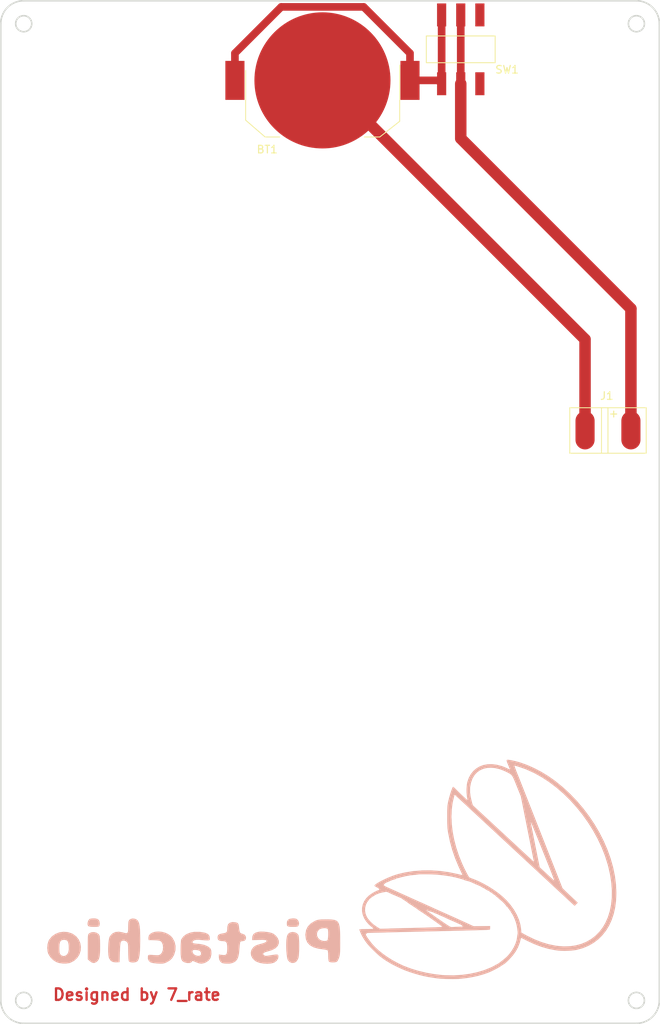
<source format=kicad_pcb>
(kicad_pcb (version 20171130) (host pcbnew "(5.1.5)-3")

  (general
    (thickness 1.6)
    (drawings 13)
    (tracks 16)
    (zones 0)
    (modules 5)
    (nets 4)
  )

  (page A4)
  (layers
    (0 F.Cu signal)
    (31 B.Cu signal)
    (32 B.Adhes user)
    (33 F.Adhes user)
    (34 B.Paste user)
    (35 F.Paste user)
    (36 B.SilkS user)
    (37 F.SilkS user)
    (38 B.Mask user)
    (39 F.Mask user)
    (40 Dwgs.User user)
    (41 Cmts.User user)
    (42 Eco1.User user)
    (43 Eco2.User user)
    (44 Edge.Cuts user)
    (45 Margin user)
    (46 B.CrtYd user)
    (47 F.CrtYd user)
    (48 B.Fab user)
    (49 F.Fab user)
  )

  (setup
    (last_trace_width 0.25)
    (user_trace_width 1)
    (user_trace_width 1.5)
    (user_trace_width 2)
    (trace_clearance 0.2)
    (zone_clearance 0.508)
    (zone_45_only no)
    (trace_min 0.2)
    (via_size 0.8)
    (via_drill 0.4)
    (via_min_size 0.4)
    (via_min_drill 0.3)
    (uvia_size 0.3)
    (uvia_drill 0.1)
    (uvias_allowed no)
    (uvia_min_size 0.2)
    (uvia_min_drill 0.1)
    (edge_width 0.05)
    (segment_width 0.2)
    (pcb_text_width 0.3)
    (pcb_text_size 1.5 1.5)
    (mod_edge_width 0.12)
    (mod_text_size 1 1)
    (mod_text_width 0.15)
    (pad_size 1.524 1.524)
    (pad_drill 0.762)
    (pad_to_mask_clearance 0.051)
    (solder_mask_min_width 0.25)
    (aux_axis_origin 0 0)
    (visible_elements 7FFFFFFF)
    (pcbplotparams
      (layerselection 0x010fc_ffffffff)
      (usegerberextensions false)
      (usegerberattributes false)
      (usegerberadvancedattributes false)
      (creategerberjobfile false)
      (excludeedgelayer true)
      (linewidth 0.100000)
      (plotframeref false)
      (viasonmask false)
      (mode 1)
      (useauxorigin false)
      (hpglpennumber 1)
      (hpglpenspeed 20)
      (hpglpendiameter 15.000000)
      (psnegative false)
      (psa4output false)
      (plotreference true)
      (plotvalue true)
      (plotinvisibletext false)
      (padsonsilk false)
      (subtractmaskfromsilk false)
      (outputformat 1)
      (mirror false)
      (drillshape 0)
      (scaleselection 1)
      (outputdirectory ""))
  )

  (net 0 "")
  (net 1 "Net-(BT1-Pad1)")
  (net 2 "Net-(BT1-Pad2)")
  (net 3 "Net-(J1-Pad1)")

  (net_class Default "これはデフォルトのネット クラスです。"
    (clearance 0.2)
    (trace_width 0.25)
    (via_dia 0.8)
    (via_drill 0.4)
    (uvia_dia 0.3)
    (uvia_drill 0.1)
    (add_net "Net-(BT1-Pad1)")
    (add_net "Net-(BT1-Pad2)")
    (add_net "Net-(J1-Pad1)")
  )

  (module logo:pistachio_name (layer B.Cu) (tedit 0) (tstamp 5F85EF49)
    (at 52.1 145.21 180)
    (fp_text reference G*** (at 0 0) (layer B.SilkS) hide
      (effects (font (size 1.524 1.524) (thickness 0.3)) (justify mirror))
    )
    (fp_text value LOGO (at 0.75 0) (layer B.SilkS) hide
      (effects (font (size 1.524 1.524) (thickness 0.3)) (justify mirror))
    )
    (fp_poly (pts (xy 13.753418 3.204114) (xy 13.95719 3.17505) (xy 14.020825 3.152537) (xy 14.181899 2.968402)
      (xy 14.278573 2.711701) (xy 14.297878 2.447487) (xy 14.226847 2.240817) (xy 14.207067 2.218266)
      (xy 14.064971 2.163086) (xy 13.788786 2.127712) (xy 13.454125 2.116666) (xy 13.106006 2.124088)
      (xy 12.893448 2.150582) (xy 12.783156 2.202494) (xy 12.751392 2.250591) (xy 12.699731 2.554632)
      (xy 12.752068 2.854646) (xy 12.869334 3.048) (xy 13.04017 3.160598) (xy 13.290914 3.210198)
      (xy 13.483167 3.216037) (xy 13.753418 3.204114)) (layer B.SilkS) (width 0.01))
    (fp_poly (pts (xy -12.180282 3.176113) (xy -11.928835 3.044053) (xy -11.797464 2.808555) (xy -11.768666 2.549058)
      (xy -11.781646 2.352456) (xy -11.840859 2.226374) (xy -11.976716 2.155356) (xy -12.219627 2.123942)
      (xy -12.600004 2.116674) (xy -12.619279 2.116666) (xy -12.940351 2.12416) (xy -13.1343 2.153451)
      (xy -13.242938 2.214752) (xy -13.289688 2.280434) (xy -13.372098 2.573988) (xy -13.291573 2.861327)
      (xy -13.201855 2.994248) (xy -13.071822 3.127869) (xy -12.914848 3.194745) (xy -12.669604 3.216422)
      (xy -12.566855 3.217333) (xy -12.180282 3.176113)) (layer B.SilkS) (width 0.01))
    (fp_poly (pts (xy 8.723285 3.113499) (xy 8.805334 3.048) (xy 8.888321 2.940962) (xy 8.939304 2.795935)
      (xy 8.965554 2.57281) (xy 8.974344 2.231478) (xy 8.974667 2.114009) (xy 8.982273 1.705597)
      (xy 9.01932 1.444816) (xy 9.107147 1.310159) (xy 9.267097 1.280119) (xy 9.520511 1.333187)
      (xy 9.696495 1.386546) (xy 10.218141 1.484099) (xy 10.676922 1.433293) (xy 11.060751 1.238149)
      (xy 11.357539 0.902686) (xy 11.405964 0.818024) (xy 11.480376 0.585429) (xy 11.53764 0.228671)
      (xy 11.576436 -0.207818) (xy 11.595443 -0.679608) (xy 11.593341 -1.14227) (xy 11.568809 -1.551373)
      (xy 11.520526 -1.862487) (xy 11.488645 -1.963686) (xy 11.290252 -2.28718) (xy 11.012858 -2.470965)
      (xy 10.63482 -2.52765) (xy 10.527158 -2.523772) (xy 10.117667 -2.497667) (xy 10.075334 -1.219125)
      (xy 10.050811 -0.651721) (xy 10.01915 -0.238698) (xy 9.97869 0.034807) (xy 9.927768 0.183658)
      (xy 9.9168 0.199041) (xy 9.718375 0.319324) (xy 9.466914 0.318751) (xy 9.223206 0.201842)
      (xy 9.158759 0.14271) (xy 9.082227 0.048267) (xy 9.030353 -0.064376) (xy 8.998407 -0.227994)
      (xy 8.981658 -0.475358) (xy 8.975378 -0.839241) (xy 8.974667 -1.132856) (xy 8.968007 -1.556996)
      (xy 8.949835 -1.9303) (xy 8.922864 -2.21429) (xy 8.889806 -2.370488) (xy 8.887021 -2.376233)
      (xy 8.745684 -2.482663) (xy 8.502602 -2.537355) (xy 8.217986 -2.538014) (xy 7.952045 -2.482344)
      (xy 7.820565 -2.416879) (xy 7.687936 -2.262819) (xy 7.583227 -1.998985) (xy 7.504716 -1.613668)
      (xy 7.450681 -1.095159) (xy 7.419401 -0.431747) (xy 7.409157 0.381) (xy 7.415861 1.12107)
      (xy 7.438936 1.711514) (xy 7.481566 2.171526) (xy 7.546935 2.520297) (xy 7.638227 2.777023)
      (xy 7.758626 2.960894) (xy 7.851677 3.048613) (xy 8.134896 3.185565) (xy 8.446848 3.20718)
      (xy 8.723285 3.113499)) (layer B.SilkS) (width 0.01))
    (fp_poly (pts (xy -16.481213 3.086774) (xy -16.142572 3.072557) (xy -15.891706 3.042374) (xy -15.687878 2.990916)
      (xy -15.490351 2.912875) (xy -15.451666 2.895294) (xy -14.915244 2.574637) (xy -14.528492 2.175227)
      (xy -14.290406 1.695581) (xy -14.19998 1.134214) (xy -14.199062 1.046573) (xy -14.266223 0.504411)
      (xy -14.462506 0.058675) (xy -14.792167 -0.294159) (xy -15.25946 -0.557616) (xy -15.868639 -0.73522)
      (xy -16.448177 -0.816707) (xy -16.756492 -0.856006) (xy -16.996013 -0.907536) (xy -17.118804 -0.960732)
      (xy -17.122537 -0.965309) (xy -17.152783 -1.090556) (xy -17.175297 -1.335471) (xy -17.185775 -1.650426)
      (xy -17.186037 -1.697567) (xy -17.200433 -2.056748) (xy -17.23857 -2.317912) (xy -17.288933 -2.4384)
      (xy -17.440809 -2.502114) (xy -17.690717 -2.532343) (xy -17.970511 -2.528153) (xy -18.212049 -2.488613)
      (xy -18.302525 -2.452269) (xy -18.408416 -2.3295) (xy -18.528313 -2.102962) (xy -18.598858 -1.925677)
      (xy -18.65237 -1.749488) (xy -18.692025 -1.552976) (xy -18.719651 -1.308946) (xy -18.737073 -0.990203)
      (xy -18.746115 -0.569552) (xy -18.748604 -0.019798) (xy -18.748012 0.296333) (xy -18.74147 1.057522)
      (xy -18.731225 1.346996) (xy -17.188115 1.346996) (xy -17.185411 1.027167) (xy -17.165935 0.71989)
      (xy -17.131503 0.477892) (xy -17.085733 0.3556) (xy -16.899508 0.272207) (xy -16.626076 0.262391)
      (xy -16.328738 0.322138) (xy -16.116562 0.417097) (xy -15.861572 0.654145) (xy -15.725831 0.953264)
      (xy -15.710015 1.271527) (xy -15.814801 1.566007) (xy -16.040865 1.793777) (xy -16.094388 1.824326)
      (xy -16.343292 1.909963) (xy -16.6268 1.946503) (xy -16.89044 1.934517) (xy -17.079738 1.874575)
      (xy -17.135941 1.813408) (xy -17.17223 1.626652) (xy -17.188115 1.346996) (xy -18.731225 1.346996)
      (xy -18.719919 1.666393) (xy -18.672432 2.139912) (xy -18.588081 2.495046) (xy -18.455937 2.748761)
      (xy -18.265072 2.918023) (xy -18.004558 3.019798) (xy -17.663467 3.071053) (xy -17.230871 3.088753)
      (xy -16.948366 3.090333) (xy -16.481213 3.086774)) (layer B.SilkS) (width 0.01))
    (fp_poly (pts (xy 13.757174 1.416374) (xy 14.038297 1.298912) (xy 14.066454 1.27748) (xy 14.135598 1.216721)
      (xy 14.186618 1.14619) (xy 14.222268 1.041292) (xy 14.245302 0.877431) (xy 14.258474 0.630012)
      (xy 14.264539 0.274441) (xy 14.26625 -0.213878) (xy 14.266334 -0.507465) (xy 14.266334 -2.130557)
      (xy 13.989831 -2.377612) (xy 13.691973 -2.57461) (xy 13.411744 -2.60771) (xy 13.130808 -2.478482)
      (xy 13.098547 -2.45401) (xy 12.936268 -2.291621) (xy 12.817103 -2.079646) (xy 12.735404 -1.792609)
      (xy 12.685525 -1.405033) (xy 12.661818 -0.891443) (xy 12.657764 -0.465667) (xy 12.662266 -0.014572)
      (xy 12.674672 0.393037) (xy 12.693215 0.718469) (xy 12.716131 0.923033) (xy 12.722393 0.95096)
      (xy 12.867303 1.183229) (xy 13.121513 1.346345) (xy 13.434858 1.428123) (xy 13.757174 1.416374)) (layer B.SilkS) (width 0.01))
    (fp_poly (pts (xy -12.183049 1.372777) (xy -11.984493 1.239524) (xy -11.8607 1.070958) (xy -11.779579 0.83377)
      (xy -11.72465 0.478857) (xy -11.722476 0.458823) (xy -11.694843 0.039704) (xy -11.690868 -0.436786)
      (xy -11.707867 -0.929863) (xy -11.743158 -1.398746) (xy -11.794057 -1.80265) (xy -11.85788 -2.100794)
      (xy -11.897763 -2.205388) (xy -12.114386 -2.468202) (xy -12.399748 -2.600497) (xy -12.710729 -2.591989)
      (xy -12.96979 -2.461086) (xy -13.125542 -2.275897) (xy -13.258821 -2.014812) (xy -13.286678 -1.933934)
      (xy -13.32999 -1.698078) (xy -13.361251 -1.346083) (xy -13.380487 -0.917184) (xy -13.387727 -0.450616)
      (xy -13.382999 0.014386) (xy -13.36633 0.438586) (xy -13.33775 0.782751) (xy -13.297285 1.007644)
      (xy -13.284555 1.042324) (xy -13.097206 1.268208) (xy -12.81537 1.404009) (xy -12.49275 1.441581)
      (xy -12.183049 1.372777)) (layer B.SilkS) (width 0.01))
    (fp_poly (pts (xy 17.99914 1.38949) (xy 18.51834 1.183993) (xy 18.965002 0.866028) (xy 19.308566 0.44491)
      (xy 19.386455 0.300901) (xy 19.523499 -0.135136) (xy 19.567911 -0.637315) (xy 19.517568 -1.128661)
      (xy 19.43349 -1.404657) (xy 19.175827 -1.835005) (xy 18.800004 -2.219627) (xy 18.415 -2.476137)
      (xy 18.04547 -2.604003) (xy 17.58627 -2.673208) (xy 17.107971 -2.679832) (xy 16.681145 -2.619959)
      (xy 16.549184 -2.57972) (xy 16.042383 -2.313732) (xy 15.64925 -1.949643) (xy 15.371383 -1.51315)
      (xy 15.210378 -1.029953) (xy 15.183471 -0.711068) (xy 16.752313 -0.711068) (xy 16.755422 -0.898749)
      (xy 16.822096 -1.23988) (xy 16.982584 -1.500633) (xy 17.2053 -1.662896) (xy 17.458661 -1.708558)
      (xy 17.711081 -1.619507) (xy 17.830378 -1.515173) (xy 17.914189 -1.389943) (xy 17.963794 -1.214677)
      (xy 17.986957 -0.947018) (xy 17.991667 -0.635298) (xy 17.972446 -0.184275) (xy 17.905388 0.123897)
      (xy 17.776402 0.312306) (xy 17.571395 0.404038) (xy 17.345496 0.423333) (xy 17.104148 0.391746)
      (xy 16.933386 0.283195) (xy 16.823981 0.076998) (xy 16.7667 -0.247529) (xy 16.752313 -0.711068)
      (xy 15.183471 -0.711068) (xy 15.167833 -0.525749) (xy 15.245345 -0.026235) (xy 15.44451 0.44289)
      (xy 15.766926 0.855928) (xy 16.21419 1.187182) (xy 16.311929 1.238027) (xy 16.865373 1.425822)
      (xy 17.437964 1.473205) (xy 17.99914 1.38949)) (layer B.SilkS) (width 0.01))
    (fp_poly (pts (xy 5.460911 1.468843) (xy 5.823029 1.363244) (xy 6.10683 1.190489) (xy 6.285982 0.952968)
      (xy 6.334155 0.653068) (xy 6.332955 0.639508) (xy 6.307667 0.381) (xy 5.626921 0.372314)
      (xy 5.280918 0.356463) (xy 4.982608 0.322385) (xy 4.787355 0.276844) (xy 4.765869 0.267131)
      (xy 4.574854 0.077047) (xy 4.456992 -0.217503) (xy 4.413979 -0.567467) (xy 4.44751 -0.923793)
      (xy 4.559281 -1.23743) (xy 4.707355 -1.425663) (xy 4.835774 -1.525286) (xy 4.963818 -1.581151)
      (xy 5.137881 -1.600524) (xy 5.404356 -1.590672) (xy 5.64435 -1.572423) (xy 5.987166 -1.546482)
      (xy 6.197637 -1.542006) (xy 6.312174 -1.566503) (xy 6.367189 -1.627484) (xy 6.397933 -1.727833)
      (xy 6.40428 -2.048557) (xy 6.280273 -2.335976) (xy 6.054349 -2.530275) (xy 5.858038 -2.589044)
      (xy 5.550185 -2.641127) (xy 5.188562 -2.677382) (xy 5.086935 -2.683383) (xy 4.707638 -2.69563)
      (xy 4.4383 -2.681862) (xy 4.220442 -2.633457) (xy 3.995585 -2.541791) (xy 3.937 -2.513814)
      (xy 3.53314 -2.276748) (xy 3.242371 -1.992774) (xy 3.011875 -1.606926) (xy 2.962657 -1.499856)
      (xy 2.800814 -0.944517) (xy 2.786583 -0.376949) (xy 2.913612 0.167688) (xy 3.175552 0.654238)
      (xy 3.397165 0.905875) (xy 3.755897 1.171894) (xy 4.167969 1.358811) (xy 4.60705 1.469015)
      (xy 5.046807 1.504896) (xy 5.460911 1.468843)) (layer B.SilkS) (width 0.01))
    (fp_poly (pts (xy 0.297012 1.464646) (xy 0.868441 1.360774) (xy 1.359808 1.162335) (xy 1.74865 0.876402)
      (xy 2.012504 0.510052) (xy 2.059488 0.398025) (xy 2.080956 0.258361) (xy 2.099781 -0.012838)
      (xy 2.114052 -0.377773) (xy 2.121856 -0.798646) (xy 2.122207 -0.842234) (xy 2.116741 -1.402366)
      (xy 2.086188 -1.818843) (xy 2.022861 -2.116449) (xy 1.919077 -2.319966) (xy 1.767151 -2.454175)
      (xy 1.598605 -2.530821) (xy 1.239976 -2.615919) (xy 0.937786 -2.612269) (xy 0.729993 -2.522789)
      (xy 0.67992 -2.460166) (xy 0.623482 -2.372739) (xy 0.549502 -2.344645) (xy 0.414746 -2.379177)
      (xy 0.175978 -2.47963) (xy 0.124194 -2.5025) (xy -0.272504 -2.650983) (xy -0.596865 -2.697073)
      (xy -0.909746 -2.64294) (xy -1.151376 -2.548007) (xy -1.539885 -2.296134) (xy -1.787027 -1.953906)
      (xy -1.897636 -1.513593) (xy -1.901091 -1.433249) (xy -0.560162 -1.433249) (xy -0.504628 -1.570396)
      (xy -0.313856 -1.676583) (xy -0.039507 -1.671509) (xy 0.256978 -1.564794) (xy 0.445736 -1.412774)
      (xy 0.558285 -1.219085) (xy 0.575131 -1.035415) (xy 0.498293 -0.92493) (xy 0.334122 -0.890396)
      (xy 0.084312 -0.900449) (xy -0.176215 -0.945879) (xy -0.372538 -1.017478) (xy -0.398888 -1.035205)
      (xy -0.530236 -1.217723) (xy -0.560162 -1.433249) (xy -1.901091 -1.433249) (xy -1.905 -1.342389)
      (xy -1.884235 -1.007258) (xy -1.812722 -0.782788) (xy -1.735666 -0.673931) (xy -1.414521 -0.42654)
      (xy -0.957724 -0.241613) (xy -0.390296 -0.128144) (xy -0.155924 -0.105977) (xy 0.213578 -0.074424)
      (xy 0.439846 -0.03387) (xy 0.548966 0.02702) (xy 0.56702 0.119581) (xy 0.54382 0.19811)
      (xy 0.40171 0.342058) (xy 0.126039 0.42103) (xy -0.258184 0.429457) (xy -0.423333 0.413519)
      (xy -0.781421 0.377161) (xy -1.150477 0.352166) (xy -1.291166 0.34704) (xy -1.533564 0.347515)
      (xy -1.651516 0.382248) (xy -1.689855 0.481241) (xy -1.693333 0.616161) (xy -1.640088 0.933282)
      (xy -1.467859 1.159504) (xy -1.157904 1.314832) (xy -0.996172 1.360387) (xy -0.332013 1.466876)
      (xy 0.297012 1.464646)) (layer B.SilkS) (width 0.01))
    (fp_poly (pts (xy -4.465119 2.703352) (xy -4.217487 2.593532) (xy -4.065662 2.405629) (xy -3.992649 2.108666)
      (xy -3.979333 1.8178) (xy -3.958815 1.567848) (xy -3.874887 1.410109) (xy -3.693994 1.315526)
      (xy -3.382577 1.255044) (xy -3.319846 1.246774) (xy -2.988837 1.173913) (xy -2.796689 1.043737)
      (xy -2.716295 0.832513) (xy -2.709333 0.712278) (xy -2.756689 0.471479) (xy -2.912289 0.325569)
      (xy -3.196433 0.260574) (xy -3.375053 0.254) (xy -3.64312 0.230228) (xy -3.820024 0.140931)
      (xy -3.923265 -0.040864) (xy -3.970343 -0.342127) (xy -3.979333 -0.677333) (xy -3.9657 -1.093702)
      (xy -3.91228 -1.366165) (xy -3.800289 -1.518844) (xy -3.610944 -1.575858) (xy -3.325462 -1.561328)
      (xy -3.294086 -1.557292) (xy -2.878666 -1.502185) (xy -2.878666 -1.847038) (xy -2.938928 -2.198564)
      (xy -3.080126 -2.426101) (xy -3.209728 -2.554153) (xy -3.357622 -2.62909) (xy -3.576545 -2.668517)
      (xy -3.863292 -2.687513) (xy -4.25902 -2.687897) (xy -4.562316 -2.638204) (xy -4.808486 -2.545195)
      (xy -5.079765 -2.371281) (xy -5.28171 -2.12246) (xy -5.424008 -1.775544) (xy -5.516344 -1.307346)
      (xy -5.566538 -0.730429) (xy -5.595138 -0.355923) (xy -5.634395 -0.053294) (xy -5.678664 0.140275)
      (xy -5.706141 0.189203) (xy -5.855965 0.236265) (xy -6.034315 0.252703) (xy -6.258082 0.317525)
      (xy -6.389462 0.479154) (xy -6.428955 0.692816) (xy -6.377065 0.913738) (xy -6.234291 1.097146)
      (xy -6.023774 1.19412) (xy -5.791961 1.258237) (xy -5.656464 1.361372) (xy -5.582766 1.548543)
      (xy -5.541013 1.823754) (xy -5.494828 2.191916) (xy -5.447711 2.427539) (xy -5.381779 2.566565)
      (xy -5.279151 2.644939) (xy -5.121945 2.698604) (xy -5.103176 2.703818) (xy -4.678578 2.742911)
      (xy -4.465119 2.703352)) (layer B.SilkS) (width 0.01))
    (fp_poly (pts (xy -8.146404 1.480116) (xy -7.715461 1.37778) (xy -7.427237 1.188693) (xy -7.276412 0.908317)
      (xy -7.250158 0.715429) (xy -7.239 0.381) (xy -8.138308 0.411651) (xy -8.590862 0.419794)
      (xy -8.892027 0.406999) (xy -9.058602 0.372017) (xy -9.100826 0.340026) (xy -9.111918 0.213619)
      (xy -8.977364 0.093977) (xy -8.689014 -0.023671) (xy -8.297333 -0.130352) (xy -7.898605 -0.243402)
      (xy -7.617046 -0.372651) (xy -7.400675 -0.54218) (xy -7.393844 -0.54894) (xy -7.147221 -0.897458)
      (xy -7.053059 -1.277239) (xy -7.105045 -1.66068) (xy -7.29687 -2.020176) (xy -7.622221 -2.328126)
      (xy -7.82899 -2.452103) (xy -8.223675 -2.594575) (xy -8.70403 -2.680598) (xy -9.211786 -2.707552)
      (xy -9.688673 -2.672818) (xy -10.076425 -2.573778) (xy -10.119391 -2.555047) (xy -10.442387 -2.324395)
      (xy -10.627631 -2.007182) (xy -10.668 -1.738739) (xy -10.651773 -1.606194) (xy -10.584113 -1.528993)
      (xy -10.436554 -1.502023) (xy -10.180626 -1.520171) (xy -9.787862 -1.578323) (xy -9.781041 -1.579432)
      (xy -9.403128 -1.640217) (xy -9.155075 -1.674345) (xy -8.999497 -1.681671) (xy -8.899009 -1.66205)
      (xy -8.816228 -1.615339) (xy -8.761211 -1.575495) (xy -8.662092 -1.441238) (xy -8.724779 -1.310121)
      (xy -8.941794 -1.189247) (xy -9.268395 -1.093849) (xy -9.847282 -0.915776) (xy -10.286809 -0.675124)
      (xy -10.580309 -0.378302) (xy -10.721112 -0.031723) (xy -10.715696 0.297523) (xy -10.579039 0.642491)
      (xy -10.325969 0.969956) (xy -10.004007 1.219992) (xy -9.969367 1.238681) (xy -9.662913 1.349067)
      (xy -9.250298 1.434158) (xy -8.793832 1.4857) (xy -8.355827 1.495441) (xy -8.146404 1.480116)) (layer B.SilkS) (width 0.01))
  )

  (module logo:pistachio_log (layer B.Cu) (tedit 0) (tstamp 5F85EF53)
    (at 88.18 137.35 180)
    (fp_text reference G*** (at 0 0) (layer B.SilkS) hide
      (effects (font (size 1.524 1.524) (thickness 0.3)) (justify mirror))
    )
    (fp_text value LOGO (at 0.75 0) (layer B.SilkS) hide
      (effects (font (size 1.524 1.524) (thickness 0.3)) (justify mirror))
    )
    (fp_poly (pts (xy -4.505863 16.095346) (xy -4.457401 16.064517) (xy -4.445185 15.996448) (xy -4.47061 15.878005)
      (xy -4.535073 15.696059) (xy -4.639971 15.437477) (xy -4.666602 15.373794) (xy -4.752739 15.164958)
      (xy -4.82179 14.990981) (xy -4.865535 14.872994) (xy -4.8768 14.833555) (xy -4.83612 14.836194)
      (xy -4.728801 14.879302) (xy -4.576924 14.953841) (xy -4.555909 14.964917) (xy -4.353283 15.061648)
      (xy -4.099638 15.167478) (xy -3.841552 15.263273) (xy -3.775611 15.285438) (xy -3.141194 15.450673)
      (xy -2.533808 15.525798) (xy -1.95893 15.513353) (xy -1.422034 15.415879) (xy -0.928595 15.235919)
      (xy -0.48409 14.976012) (xy -0.093993 14.6387) (xy 0.23622 14.226525) (xy 0.501074 13.742028)
      (xy 0.688093 13.213678) (xy 0.746962 12.917062) (xy 0.784752 12.554743) (xy 0.800454 12.160614)
      (xy 0.793056 11.768571) (xy 0.761548 11.412508) (xy 0.745001 11.304738) (xy 0.711778 11.102793)
      (xy 0.689354 10.942706) (xy 0.680801 10.847756) (xy 0.682634 10.832033) (xy 0.72545 10.85722)
      (xy 0.828706 10.94262) (xy 0.980472 11.077142) (xy 1.168815 11.249691) (xy 1.381802 11.449174)
      (xy 1.607502 11.6645) (xy 1.833983 11.884574) (xy 2.049311 12.098303) (xy 2.10341 12.152896)
      (xy 2.290015 12.340986) (xy 2.418604 12.465207) (xy 2.502347 12.534185) (xy 2.554414 12.556542)
      (xy 2.587975 12.540903) (xy 2.616199 12.495893) (xy 2.619013 12.490531) (xy 2.697433 12.314081)
      (xy 2.790751 12.062294) (xy 2.891533 11.758948) (xy 2.992342 11.427824) (xy 3.085744 11.092697)
      (xy 3.164302 10.777347) (xy 3.188005 10.670965) (xy 3.228898 10.475115) (xy 3.260715 10.304026)
      (xy 3.284589 10.140822) (xy 3.30165 9.968625) (xy 3.313032 9.770558) (xy 3.319866 9.529745)
      (xy 3.323284 9.229308) (xy 3.324417 8.85237) (xy 3.324481 8.636) (xy 3.323526 8.199)
      (xy 3.320096 7.845466) (xy 3.313165 7.557275) (xy 3.301707 7.316306) (xy 3.284697 7.104434)
      (xy 3.261107 6.903538) (xy 3.229911 6.695493) (xy 3.206797 6.557847) (xy 2.972867 5.413681)
      (xy 2.669557 4.30365) (xy 2.289905 3.206432) (xy 1.826951 2.100702) (xy 1.581272 1.577498)
      (xy 1.481752 1.367633) (xy 1.403495 1.193569) (xy 1.354611 1.073998) (xy 1.342786 1.02788)
      (xy 1.396339 1.032289) (xy 1.529099 1.0579) (xy 1.72187 1.100648) (xy 1.95545 1.156465)
      (xy 1.98895 1.164752) (xy 3.135176 1.405275) (xy 4.296619 1.563378) (xy 5.460621 1.639097)
      (xy 6.614528 1.632468) (xy 7.745682 1.54353) (xy 8.841428 1.372317) (xy 9.807343 1.142173)
      (xy 10.14475 1.037701) (xy 10.504783 0.909347) (xy 10.8758 0.762917) (xy 11.246161 0.604218)
      (xy 11.604226 0.439058) (xy 11.938354 0.273243) (xy 12.236905 0.112579) (xy 12.488239 -0.037125)
      (xy 12.680714 -0.170062) (xy 12.802692 -0.280427) (xy 12.84253 -0.362412) (xy 12.840927 -0.371171)
      (xy 12.788575 -0.424643) (xy 12.67145 -0.500943) (xy 12.551052 -0.565276) (xy 12.342399 -0.685744)
      (xy 12.228379 -0.794806) (xy 12.211181 -0.889922) (xy 12.237535 -0.929455) (xy 12.285931 -0.961606)
      (xy 12.2936 -0.952816) (xy 12.334646 -0.949477) (xy 12.44576 -0.988407) (xy 12.608899 -1.061284)
      (xy 12.806023 -1.159784) (xy 13.01909 -1.275585) (xy 13.121724 -1.334868) (xy 13.564989 -1.64676)
      (xy 13.920811 -2.002416) (xy 14.188982 -2.393516) (xy 14.369296 -2.811742) (xy 14.461545 -3.248778)
      (xy 14.465522 -3.696305) (xy 14.38102 -4.146005) (xy 14.207832 -4.589561) (xy 13.945752 -5.018654)
      (xy 13.594571 -5.424968) (xy 13.231432 -5.741918) (xy 13.085286 -5.859235) (xy 13.012918 -5.932407)
      (xy 13.004253 -5.974659) (xy 13.038168 -5.995705) (xy 13.118961 -6.007188) (xy 13.281969 -6.018032)
      (xy 13.50781 -6.027371) (xy 13.7771 -6.034338) (xy 13.966275 -6.037185) (xy 14.246306 -6.041285)
      (xy 14.488649 -6.046865) (xy 14.676019 -6.053362) (xy 14.79113 -6.060217) (xy 14.819443 -6.064909)
      (xy 14.813036 -6.120895) (xy 14.771967 -6.245035) (xy 14.705939 -6.414081) (xy 14.624659 -6.604789)
      (xy 14.537832 -6.79391) (xy 14.455163 -6.958199) (xy 14.420841 -7.019652) (xy 14.225945 -7.342836)
      (xy 14.044172 -7.619413) (xy 13.858221 -7.871122) (xy 13.650791 -8.119697) (xy 13.404581 -8.386877)
      (xy 13.10229 -8.694398) (xy 13.033232 -8.763) (xy 12.789516 -9.000995) (xy 12.555037 -9.223758)
      (xy 12.344539 -9.417748) (xy 12.172768 -9.569428) (xy 12.054469 -9.66526) (xy 12.037452 -9.677257)
      (xy 11.906153 -9.767) (xy 11.812704 -9.83359) (xy 11.7856 -9.855057) (xy 11.719426 -9.907947)
      (xy 11.600411 -9.992485) (xy 11.454039 -10.091776) (xy 11.305792 -10.188928) (xy 11.181154 -10.267047)
      (xy 11.105608 -10.309239) (xy 11.095725 -10.3124) (xy 11.030332 -10.342684) (xy 10.9768 -10.384169)
      (xy 10.881038 -10.450091) (xy 10.709644 -10.548719) (xy 10.479835 -10.671511) (xy 10.208827 -10.809922)
      (xy 9.913837 -10.955406) (xy 9.612082 -11.099419) (xy 9.320777 -11.233417) (xy 9.057139 -11.348855)
      (xy 8.9154 -11.40725) (xy 8.302317 -11.634945) (xy 7.652048 -11.846377) (xy 6.991373 -12.034292)
      (xy 6.347075 -12.19144) (xy 5.745936 -12.310569) (xy 5.372482 -12.366538) (xy 5.192028 -12.391229)
      (xy 5.020339 -12.417631) (xy 5.016882 -12.418209) (xy 4.79076 -12.45501) (xy 4.613927 -12.479771)
      (xy 4.438308 -12.498283) (xy 4.215826 -12.516337) (xy 4.179651 -12.519049) (xy 3.811693 -12.540892)
      (xy 3.39588 -12.556313) (xy 2.960395 -12.565036) (xy 2.533424 -12.566784) (xy 2.143151 -12.56128)
      (xy 1.817762 -12.54825) (xy 1.739096 -12.542988) (xy 0.956379 -12.462019) (xy 0.173716 -12.33896)
      (xy -0.586081 -12.178849) (xy -1.300201 -11.986722) (xy -1.945831 -11.767615) (xy -2.159 -11.682306)
      (xy -2.435273 -11.559485) (xy -2.739961 -11.412546) (xy -3.046428 -11.255384) (xy -3.328038 -11.101893)
      (xy -3.558151 -10.965968) (xy -3.6576 -10.900603) (xy -3.830777 -10.783152) (xy -3.985624 -10.684636)
      (xy -4.092475 -10.62382) (xy -4.103094 -10.618859) (xy -4.179554 -10.565684) (xy -4.310659 -10.454331)
      (xy -4.480143 -10.299384) (xy -4.67174 -10.115428) (xy -4.741325 -10.046579) (xy -5.22947 -9.511842)
      (xy -5.622304 -8.973719) (xy -5.92589 -8.422062) (xy -6.146294 -7.846726) (xy -6.221927 -7.5692)
      (xy -6.266523 -7.387013) (xy -6.302097 -7.248458) (xy -6.322193 -7.178508) (xy -6.323857 -7.174853)
      (xy -6.370062 -7.192255) (xy -6.490457 -7.249051) (xy -6.669234 -7.337488) (xy -6.890588 -7.44981)
      (xy -7.01528 -7.514052) (xy -7.997183 -7.978804) (xy -8.963303 -8.347127) (xy -9.921268 -8.621454)
      (xy -10.878705 -8.804223) (xy -11.176 -8.842603) (xy -11.572164 -8.872782) (xy -12.020363 -8.881705)
      (xy -12.488854 -8.870643) (xy -12.945897 -8.840869) (xy -13.359752 -8.793653) (xy -13.6398 -8.743875)
      (xy -14.422882 -8.524233) (xy -15.148476 -8.222381) (xy -15.814552 -7.841237) (xy -16.419081 -7.383719)
      (xy -16.960032 -6.852747) (xy -17.435376 -6.251238) (xy -17.843082 -5.582111) (xy -18.18112 -4.848285)
      (xy -18.447461 -4.052679) (xy -18.640075 -3.198211) (xy -18.756931 -2.2878) (xy -18.796 -1.330586)
      (xy -18.780538 -0.978333) (xy -18.210282 -0.978333) (xy -18.201348 -1.927742) (xy -18.11132 -2.831527)
      (xy -17.940528 -3.686008) (xy -17.689302 -4.487506) (xy -17.357971 -5.232341) (xy -17.040015 -5.777949)
      (xy -16.595762 -6.369553) (xy -16.084139 -6.887844) (xy -15.510946 -7.330001) (xy -14.881981 -7.693202)
      (xy -14.203043 -7.974625) (xy -13.47993 -8.171449) (xy -12.718442 -8.280852) (xy -11.924377 -8.300012)
      (xy -11.8618 -8.297654) (xy -11.564101 -8.279494) (xy -11.238367 -8.250711) (xy -10.937197 -8.216252)
      (xy -10.8204 -8.199705) (xy -9.940028 -8.020832) (xy -9.043868 -7.752612) (xy -8.126705 -7.393138)
      (xy -7.183324 -6.940504) (xy -6.776289 -6.721192) (xy -6.580812 -6.612564) (xy -5.887795 -6.612564)
      (xy -5.871753 -6.735452) (xy -5.870146 -6.739798) (xy -5.845129 -6.844168) (xy -5.823348 -7.00296)
      (xy -5.816065 -7.0866) (xy -5.74616 -7.506) (xy -5.597713 -7.957322) (xy -5.380246 -8.421814)
      (xy -5.103277 -8.880725) (xy -4.776328 -9.315304) (xy -4.564134 -9.552393) (xy -4.411283 -9.700659)
      (xy -4.218145 -9.871187) (xy -4.000909 -10.051563) (xy -3.775765 -10.229374) (xy -3.558904 -10.392205)
      (xy -3.366515 -10.527642) (xy -3.214788 -10.623271) (xy -3.119914 -10.666677) (xy -3.109198 -10.668)
      (xy -3.037817 -10.696049) (xy -2.940551 -10.759319) (xy -2.842413 -10.819762) (xy -2.678504 -10.906973)
      (xy -2.476056 -11.006806) (xy -2.356354 -11.062791) (xy -1.503709 -11.403838) (xy -0.585018 -11.678465)
      (xy 0.387285 -11.884782) (xy 1.40077 -12.0209) (xy 2.443005 -12.084927) (xy 3.501558 -12.074973)
      (xy 4.064185 -12.039119) (xy 5.050151 -11.9248) (xy 6.052851 -11.746556) (xy 7.045603 -11.510863)
      (xy 8.001726 -11.224196) (xy 8.894537 -10.893032) (xy 9.0424 -10.830935) (xy 9.747472 -10.502135)
      (xy 10.438048 -10.128036) (xy 11.100416 -9.718421) (xy 11.720865 -9.283069) (xy 12.285682 -8.831763)
      (xy 12.781155 -8.374284) (xy 13.193572 -7.920415) (xy 13.285731 -7.803912) (xy 13.508102 -7.510539)
      (xy 13.675702 -7.282229) (xy 13.798084 -7.105401) (xy 13.884803 -6.966475) (xy 13.920927 -6.900976)
      (xy 13.977885 -6.779664) (xy 13.983707 -6.717098) (xy 13.943144 -6.68667) (xy 13.876563 -6.625591)
      (xy 13.868336 -6.592894) (xy 13.838838 -6.560955) (xy 13.742344 -6.539184) (xy 13.56674 -6.525885)
      (xy 13.347636 -6.519997) (xy 13.143802 -6.516356) (xy 12.860952 -6.510474) (xy 12.521635 -6.502864)
      (xy 12.148396 -6.494039) (xy 11.763783 -6.484511) (xy 11.5824 -6.479856) (xy 11.166188 -6.469111)
      (xy 10.718897 -6.457685) (xy 10.271651 -6.446363) (xy 9.855577 -6.435934) (xy 9.501799 -6.427183)
      (xy 9.4234 -6.425268) (xy 9.054759 -6.416273) (xy 8.624913 -6.405743) (xy 8.174225 -6.394669)
      (xy 7.743057 -6.384043) (xy 7.493 -6.377861) (xy 7.125685 -6.36894) (xy 6.690479 -6.35865)
      (xy 6.221067 -6.34777) (xy 5.751134 -6.337079) (xy 5.314367 -6.327357) (xy 5.2324 -6.325563)
      (xy 4.813786 -6.316172) (xy 4.361884 -6.305583) (xy 3.90845 -6.294571) (xy 3.485241 -6.28391)
      (xy 3.12401 -6.274376) (xy 3.048 -6.272284) (xy 2.674241 -6.262198) (xy 2.23887 -6.250945)
      (xy 1.781851 -6.239528) (xy 1.343148 -6.228952) (xy 1.0668 -6.22255) (xy 0.336551 -6.205571)
      (xy -0.295055 -6.189937) (xy -0.830965 -6.175552) (xy -1.274126 -6.162317) (xy -1.627486 -6.150138)
      (xy -1.893992 -6.138916) (xy -2.07659 -6.128554) (xy -2.178229 -6.118957) (xy -2.1971 -6.115245)
      (xy -2.256222 -6.069668) (xy -2.282467 -5.962762) (xy -2.286 -5.863036) (xy -2.286 -5.715)
      (xy 1.268649 -5.715) (xy 1.967824 -5.7404) (xy 2.23483 -5.750346) (xy 2.474394 -5.759724)
      (xy 2.663538 -5.767603) (xy 2.779285 -5.77305) (xy 2.792851 -5.773845) (xy 2.889871 -5.747399)
      (xy 3.002284 -5.6892) (xy 4.0132 -5.6892) (xy 4.049899 -5.755626) (xy 4.062237 -5.76471)
      (xy 4.120549 -5.771363) (xy 4.271453 -5.779969) (xy 4.505965 -5.790224) (xy 4.815103 -5.801824)
      (xy 5.189884 -5.814467) (xy 5.621325 -5.827849) (xy 6.100442 -5.841665) (xy 6.618252 -5.855614)
      (xy 7.148337 -5.868967) (xy 7.706269 -5.882625) (xy 8.243018 -5.895905) (xy 8.748368 -5.908544)
      (xy 9.212101 -5.920281) (xy 9.623998 -5.930853) (xy 9.973841 -5.939999) (xy 10.251413 -5.947456)
      (xy 10.446497 -5.952963) (xy 10.541 -5.955958) (xy 10.741642 -5.962686) (xy 11.00559 -5.970662)
      (xy 11.294575 -5.978762) (xy 11.5062 -5.984281) (xy 12.1158 -5.999562) (xy 12.5476 -5.733087)
      (xy 12.99925 -5.412368) (xy 13.393699 -5.047353) (xy 13.713779 -4.655223) (xy 13.859976 -4.4196)
      (xy 14.010555 -4.048585) (xy 14.078579 -3.652464) (xy 14.066059 -3.251704) (xy 13.975009 -2.866769)
      (xy 13.807442 -2.518128) (xy 13.652904 -2.314521) (xy 13.585589 -2.226636) (xy 13.5636 -2.176423)
      (xy 13.526063 -2.130763) (xy 13.4306 -2.047168) (xy 13.30293 -1.945374) (xy 13.168772 -1.845117)
      (xy 13.053845 -1.766133) (xy 12.98387 -1.728158) (xy 12.978179 -1.7272) (xy 12.922275 -1.699044)
      (xy 12.818621 -1.628318) (xy 12.77281 -1.59417) (xy 12.667945 -1.521726) (xy 12.605762 -1.493333)
      (xy 12.5984 -1.498413) (xy 12.562576 -1.502532) (xy 12.4841 -1.462563) (xy 12.353661 -1.401388)
      (xy 12.157609 -1.334528) (xy 11.93073 -1.271862) (xy 11.707812 -1.22327) (xy 11.568055 -1.202413)
      (xy 11.435431 -1.181483) (xy 11.351729 -1.155632) (xy 11.344129 -1.150262) (xy 11.284442 -1.150241)
      (xy 11.244174 -1.17506) (xy 11.187181 -1.206566) (xy 11.176 -1.196769) (xy 11.13661 -1.19646)
      (xy 11.0374 -1.236629) (xy 10.9855 -1.262793) (xy 10.845209 -1.333907) (xy 10.673641 -1.416447)
      (xy 10.496652 -1.498572) (xy 10.3401 -1.568439) (xy 10.22984 -1.614208) (xy 10.193281 -1.6256)
      (xy 10.138962 -1.64538) (xy 10.01713 -1.697672) (xy 9.852284 -1.771904) (xy 9.821835 -1.785903)
      (xy 9.64526 -1.865284) (xy 9.500675 -1.926566) (xy 9.416186 -1.957895) (xy 9.41105 -1.959156)
      (xy 9.336514 -1.996526) (xy 9.218108 -2.076956) (xy 9.14974 -2.129053) (xy 9.028143 -2.219807)
      (xy 8.938715 -2.276484) (xy 8.913764 -2.286) (xy 8.859175 -2.315) (xy 8.744882 -2.392632)
      (xy 8.591134 -2.504841) (xy 8.511168 -2.5654) (xy 8.345603 -2.689031) (xy 8.209648 -2.784649)
      (xy 8.123689 -2.838181) (xy 8.106404 -2.8448) (xy 8.046215 -2.873911) (xy 7.938435 -2.947878)
      (xy 7.874 -2.9972) (xy 7.754832 -3.08637) (xy 7.668826 -3.14124) (xy 7.647002 -3.1496)
      (xy 7.593492 -3.178107) (xy 7.47956 -3.254376) (xy 7.325547 -3.364524) (xy 7.247913 -3.421947)
      (xy 7.079396 -3.545722) (xy 6.938954 -3.644954) (xy 6.848316 -3.704454) (xy 6.830046 -3.714047)
      (xy 6.765191 -3.751272) (xy 6.632209 -3.837549) (xy 6.44289 -3.964609) (xy 6.209021 -4.124187)
      (xy 5.942393 -4.308017) (xy 5.654795 -4.507831) (xy 5.358015 -4.715364) (xy 5.063842 -4.922349)
      (xy 4.784066 -5.12052) (xy 4.530475 -5.301611) (xy 4.314859 -5.457354) (xy 4.149006 -5.579484)
      (xy 4.044707 -5.659734) (xy 4.0132 -5.6892) (xy 3.002284 -5.6892) (xy 3.059587 -5.659533)
      (xy 3.303785 -5.509209) (xy 3.624248 -5.295385) (xy 3.681851 -5.25581) (xy 3.953775 -5.068491)
      (xy 4.222383 -4.883694) (xy 4.466126 -4.716228) (xy 4.663456 -4.5809) (xy 4.765448 -4.511165)
      (xy 4.955177 -4.379338) (xy 5.186716 -4.214954) (xy 5.420459 -4.046225) (xy 5.505221 -3.98419)
      (xy 5.691448 -3.850314) (xy 5.855372 -3.738077) (xy 5.974729 -3.662434) (xy 6.017543 -3.640095)
      (xy 6.081307 -3.599727) (xy 6.082803 -3.57667) (xy 6.02493 -3.579868) (xy 5.904672 -3.617192)
      (xy 5.794586 -3.660986) (xy 5.646788 -3.717081) (xy 5.538672 -3.744279) (xy 5.502228 -3.741161)
      (xy 5.442457 -3.741056) (xy 5.402174 -3.76586) (xy 5.345106 -3.798515) (xy 5.334 -3.790088)
      (xy 5.292931 -3.794651) (xy 5.185116 -3.837477) (xy 5.033637 -3.909363) (xy 5.0292 -3.9116)
      (xy 4.876869 -3.984136) (xy 4.767586 -4.027859) (xy 4.724432 -4.033565) (xy 4.7244 -4.033111)
      (xy 4.693478 -4.031563) (xy 4.657292 -4.056453) (xy 4.584409 -4.098202) (xy 4.440135 -4.167296)
      (xy 4.247326 -4.253133) (xy 4.085792 -4.321629) (xy 3.874032 -4.411201) (xy 3.695876 -4.489588)
      (xy 3.573233 -4.546967) (xy 3.5306 -4.570507) (xy 3.466121 -4.60509) (xy 3.328455 -4.669894)
      (xy 3.13799 -4.755565) (xy 2.921 -4.850216) (xy 2.655103 -4.965911) (xy 2.379664 -5.088)
      (xy 2.132713 -5.199518) (xy 1.995345 -5.263064) (xy 1.816908 -5.344194) (xy 1.672243 -5.40483)
      (xy 1.587067 -5.434334) (xy 1.578301 -5.4356) (xy 1.51376 -5.469779) (xy 1.418632 -5.554115)
      (xy 1.39838 -5.5753) (xy 1.268649 -5.715) (xy -2.286 -5.715) (xy -2.286 -5.636919)
      (xy -1.2065 -5.650559) (xy -0.127 -5.6642) (xy 0.6096 -5.326119) (xy 1.010988 -5.142362)
      (xy 1.435103 -4.949034) (xy 1.864851 -4.75386) (xy 2.28314 -4.564565) (xy 2.672877 -4.388873)
      (xy 3.01697 -4.23451) (xy 3.298324 -4.1092) (xy 3.4544 -4.040454) (xy 3.697969 -3.932571)
      (xy 3.974748 -3.807839) (xy 4.226038 -3.692715) (xy 4.232809 -3.689574) (xy 4.357802 -3.6322)
      (xy 5.6388 -3.6322) (xy 5.6642 -3.6576) (xy 5.6896 -3.6322) (xy 5.6642 -3.6068)
      (xy 5.6388 -3.6322) (xy 4.357802 -3.6322) (xy 4.413826 -3.606484) (xy 4.556128 -3.54284)
      (xy 4.637495 -3.508512) (xy 4.647988 -3.5052) (xy 4.698174 -3.484905) (xy 4.709576 -3.4798)
      (xy 6.0452 -3.4798) (xy 6.0706 -3.5052) (xy 6.096 -3.4798) (xy 6.0706 -3.4544)
      (xy 6.0452 -3.4798) (xy 4.709576 -3.4798) (xy 4.821511 -3.429685) (xy 4.999294 -3.34804)
      (xy 5.207 -3.2512) (xy 5.420037 -3.151956) (xy 5.597063 -3.070873) (xy 5.719298 -3.016458)
      (xy 5.767777 -2.9972) (xy 5.818954 -2.977025) (xy 5.942161 -2.922453) (xy 6.117528 -2.842412)
      (xy 6.27655 -2.7686) (xy 6.478463 -2.674994) (xy 6.643393 -2.59993) (xy 6.75155 -2.552328)
      (xy 6.783735 -2.54) (xy 6.833979 -2.520172) (xy 6.959166 -2.465831) (xy 7.141826 -2.384684)
      (xy 7.36449 -2.284442) (xy 7.426739 -2.256221) (xy 7.732059 -2.117674) (xy 8.019581 -1.987372)
      (xy 8.308145 -1.856804) (xy 8.616585 -1.717459) (xy 8.963739 -1.560827) (xy 9.368443 -1.378396)
      (xy 9.779 -1.193428) (xy 10.063562 -1.065242) (xy 10.325773 -0.947116) (xy 10.547692 -0.847133)
      (xy 10.711379 -0.773376) (xy 10.795 -0.735684) (xy 10.918879 -0.68011) (xy 11.097002 -0.600553)
      (xy 11.2903 -0.514461) (xy 11.458189 -0.430678) (xy 11.579928 -0.352382) (xy 11.632605 -0.294571)
      (xy 11.6332 -0.290003) (xy 11.629009 -0.2794) (xy 11.7348 -0.2794) (xy 11.7602 -0.3048)
      (xy 11.7856 -0.2794) (xy 11.7602 -0.254) (xy 11.7348 -0.2794) (xy 11.629009 -0.2794)
      (xy 11.586627 -0.172199) (xy 11.460166 -0.050888) (xy 11.273698 0.058247) (xy 11.11232 0.120837)
      (xy 10.957836 0.177746) (xy 10.852016 0.232638) (xy 10.8204 0.267195) (xy 10.798314 0.296155)
      (xy 10.786355 0.287689) (xy 10.723646 0.286166) (xy 10.64591 0.32336) (xy 10.533743 0.377167)
      (xy 10.386999 0.425388) (xy 10.250866 0.455109) (xy 10.179225 0.456712) (xy 10.12644 0.484987)
      (xy 10.109794 0.507039) (xy 10.030212 0.570768) (xy 10.002514 0.579634) (xy 9.749681 0.636122)
      (xy 9.506276 0.700989) (xy 9.4742 0.710617) (xy 9.318203 0.754143) (xy 9.1948 0.78346)
      (xy 9.063669 0.81236) (xy 8.895282 0.851752) (xy 8.850409 0.862596) (xy 8.670394 0.90204)
      (xy 8.499872 0.932635) (xy 8.469409 0.936963) (xy 8.357864 0.953609) (xy 8.306228 0.965394)
      (xy 8.3058 0.966005) (xy 8.257373 0.979661) (xy 8.121133 0.99843) (xy 7.910643 1.020661)
      (xy 7.702737 1.039419) (xy 7.492074 1.06052) (xy 7.293926 1.085706) (xy 7.169337 1.10619)
      (xy 7.062699 1.116824) (xy 6.873258 1.124743) (xy 6.619783 1.129611) (xy 6.321044 1.13109)
      (xy 5.995811 1.128846) (xy 5.9436 1.128134) (xy 5.546002 1.121617) (xy 5.229865 1.114384)
      (xy 4.975049 1.105439) (xy 4.761413 1.093788) (xy 4.568819 1.078434) (xy 4.377127 1.058383)
      (xy 4.2672 1.045289) (xy 4.10529 1.025603) (xy 3.908426 1.001924) (xy 3.8354 0.993203)
      (xy 3.560672 0.959445) (xy 3.381065 0.934835) (xy 3.290593 0.918509) (xy 3.2766 0.912423)
      (xy 3.232384 0.903584) (xy 3.125876 0.894819) (xy 3.1242 0.894723) (xy 2.998054 0.879931)
      (xy 2.921 0.858805) (xy 2.826913 0.837452) (xy 2.794 0.837713) (xy 2.698991 0.826125)
      (xy 2.558771 0.789742) (xy 2.52189 0.777854) (xy 2.387904 0.742539) (xy 2.294527 0.735521)
      (xy 2.28059 0.739944) (xy 2.237547 0.73717) (xy 2.2352 0.725004) (xy 2.190831 0.69183)
      (xy 2.083426 0.670481) (xy 2.077147 0.669968) (xy 1.933474 0.645999) (xy 1.829827 0.61015)
      (xy 1.742614 0.584746) (xy 1.708479 0.594455) (xy 1.678427 0.588849) (xy 1.6764 0.571762)
      (xy 1.635741 0.532313) (xy 1.5875 0.531196) (xy 1.4795 0.519379) (xy 1.3589 0.474597)
      (xy 1.262477 0.436734) (xy 1.218653 0.441228) (xy 1.218422 0.443196) (xy 1.197243 0.446985)
      (xy 1.180322 0.425481) (xy 1.111561 0.380183) (xy 0.981352 0.332221) (xy 0.9144 0.314386)
      (xy 0.653661 0.250897) (xy 0.460897 0.197501) (xy 0.30461 0.14361) (xy 0.153303 0.078633)
      (xy 0.01663 0.012523) (xy -0.143486 -0.061184) (xy -0.266121 -0.106706) (xy -0.325597 -0.11457)
      (xy -0.32627 -0.113996) (xy -0.353365 -0.123537) (xy -0.3556 -0.143933) (xy -0.39675 -0.196074)
      (xy -0.433824 -0.2032) (xy -0.526789 -0.225262) (xy -0.661305 -0.280149) (xy -0.700524 -0.299353)
      (xy -0.823294 -0.358455) (xy -0.903135 -0.390352) (xy -0.9144 -0.392298) (xy -0.968309 -0.41527)
      (xy -1.077828 -0.477448) (xy -1.154691 -0.524745) (xy -1.287235 -0.603238) (xy -1.385732 -0.652218)
      (xy -1.413769 -0.6604) (xy -1.477962 -0.687908) (xy -1.590787 -0.757734) (xy -1.656079 -0.803104)
      (xy -1.854854 -0.93385) (xy -2.008524 -1.009452) (xy -2.0955 -1.024064) (xy -2.132346 -1.054154)
      (xy -2.1336 -1.066799) (xy -2.174746 -1.111868) (xy -2.2098 -1.1176) (xy -2.277404 -1.14503)
      (xy -2.286 -1.1684) (xy -2.325195 -1.217058) (xy -2.340951 -1.2192) (xy -2.408164 -1.249289)
      (xy -2.522577 -1.326691) (xy -2.612883 -1.397) (xy -2.742066 -1.495596) (xy -2.84365 -1.56016)
      (xy -2.88229 -1.5748) (xy -2.944479 -1.613279) (xy -3.020575 -1.705838) (xy -3.020817 -1.706207)
      (xy -3.087874 -1.789517) (xy -3.132619 -1.811698) (xy -3.133909 -1.810624) (xy -3.179916 -1.827782)
      (xy -3.26103 -1.903836) (xy -3.286881 -1.933353) (xy -3.377979 -2.022297) (xy -3.447765 -2.057227)
      (xy -3.459031 -2.054538) (xy -3.498663 -2.068741) (xy -3.5052 -2.105201) (xy -3.531235 -2.174714)
      (xy -3.555048 -2.1844) (xy -3.619753 -2.219092) (xy -3.733248 -2.310711) (xy -3.876466 -2.440563)
      (xy -4.030338 -2.589959) (xy -4.175797 -2.740208) (xy -4.293776 -2.872619) (xy -4.365205 -2.9685)
      (xy -4.37502 -2.988159) (xy -4.447719 -3.091294) (xy -4.521241 -3.134891) (xy -4.591619 -3.171854)
      (xy -4.597016 -3.201022) (xy -4.613216 -3.258807) (xy -4.685338 -3.347701) (xy -4.698309 -3.360347)
      (xy -4.784401 -3.457462) (xy -4.824729 -3.533338) (xy -4.825123 -3.537864) (xy -4.866967 -3.603601)
      (xy -4.909471 -3.62796) (xy -4.965451 -3.668545) (xy -4.962468 -3.690465) (xy -4.971414 -3.745311)
      (xy -5.03002 -3.847033) (xy -5.063 -3.892697) (xy -5.213484 -4.125612) (xy -5.369663 -4.429077)
      (xy -5.518513 -4.77378) (xy -5.647011 -5.13041) (xy -5.714694 -5.3594) (xy -5.774246 -5.616674)
      (xy -5.823985 -5.894184) (xy -5.861258 -6.168374) (xy -5.883412 -6.415686) (xy -5.887795 -6.612564)
      (xy -6.580812 -6.612564) (xy -6.364378 -6.492291) (xy -6.333399 -6.078245) (xy -6.23705 -5.439822)
      (xy -6.045082 -4.79053) (xy -5.761653 -4.138653) (xy -5.390923 -3.492475) (xy -4.937051 -2.860281)
      (xy -4.419972 -2.266867) (xy -3.935981 -1.804258) (xy -3.371043 -1.341584) (xy -2.745026 -0.891413)
      (xy -2.077796 -0.466309) (xy -1.389218 -0.078839) (xy -0.69916 0.258432) (xy -0.027486 0.532937)
      (xy 0.0508 0.561015) (xy 0.227094 0.626848) (xy 0.368986 0.686381) (xy 0.444333 0.725862)
      (xy 0.500525 0.797186) (xy 0.591008 0.945348) (xy 0.707728 1.154832) (xy 0.842633 1.410123)
      (xy 0.987667 1.695704) (xy 1.134778 1.996059) (xy 1.275911 2.295671) (xy 1.385963 2.54)
      (xy 1.804196 3.578696) (xy 2.149285 4.618991) (xy 2.420297 5.65301) (xy 2.616301 6.672881)
      (xy 2.736361 7.670728) (xy 2.779547 8.638678) (xy 2.744924 9.568856) (xy 2.63156 10.45339)
      (xy 2.438521 11.284403) (xy 2.426789 11.324313) (xy 2.360098 11.548826) (xy -5.486357 4.275466)
      (xy -13.332813 -2.997893) (xy -13.537107 -2.791047) (xy -13.7414 -2.584201) (xy -13.081 -1.965565)
      (xy -12.836031 -1.73528) (xy -12.588112 -1.500809) (xy -12.358651 -1.282495) (xy -12.169055 -1.100681)
      (xy -12.082099 -1.016364) (xy -11.743597 -0.6858) (xy -11.344936 0.327341) (xy -10.653108 0.327341)
      (xy -10.641727 0.317442) (xy -10.619476 0.328591) (xy -10.588439 0.355158) (xy -10.580272 0.362862)
      (xy -10.485343 0.452159) (xy -10.330048 0.596939) (xy -10.128759 0.783863) (xy -9.895848 0.999588)
      (xy -9.645686 1.230775) (xy -9.5758 1.295268) (xy -8.763 2.045104) (xy -8.612625 2.791281)
      (xy -8.009812 2.791281) (xy -7.982009 2.787886) (xy -7.907947 2.842976) (xy -7.775344 2.963071)
      (xy -7.763395 2.974229) (xy -7.688389 3.044035) (xy -7.544322 3.177813) (xy -7.336669 3.370489)
      (xy -7.070903 3.616987) (xy -6.752496 3.912234) (xy -6.386922 4.251155) (xy -5.979656 4.628677)
      (xy -5.536169 5.039726) (xy -5.061936 5.479226) (xy -4.562431 5.942105) (xy -4.043125 6.423287)
      (xy -3.754815 6.690413) (xy -0.016629 10.153844) (xy 0.097701 10.538964) (xy 0.266588 11.232476)
      (xy 0.346933 11.879751) (xy 0.33862 12.484585) (xy 0.241534 13.050774) (xy 0.055558 13.582114)
      (xy 0.001378 13.6974) (xy -0.257514 14.116665) (xy -0.580158 14.461342) (xy -0.959925 14.730117)
      (xy -1.390186 14.921677) (xy -1.864313 15.034707) (xy -2.375675 15.067895) (xy -2.917645 15.019925)
      (xy -3.483592 14.889484) (xy -4.066889 14.675258) (xy -4.325549 14.554998) (xy -4.55742 14.440804)
      (xy -4.743988 14.345132) (xy -4.894419 14.25593) (xy -5.017878 14.161147) (xy -5.123533 14.04873)
      (xy -5.220548 13.906629) (xy -5.31809 13.722791) (xy -5.425325 13.485165) (xy -5.551418 13.181699)
      (xy -5.705535 12.800341) (xy -5.757024 12.672854) (xy -6.307048 11.312834) (xy -7.140265 7.142317)
      (xy -7.267903 6.503751) (xy -7.390289 5.892049) (xy -7.505898 5.314795) (xy -7.613206 4.779574)
      (xy -7.710688 4.293968) (xy -7.796821 3.865564) (xy -7.87008 3.501943) (xy -7.928941 3.210692)
      (xy -7.97188 2.999394) (xy -7.997371 2.875632) (xy -8.003636 2.846638) (xy -8.009812 2.791281)
      (xy -8.612625 2.791281) (xy -8.16798 4.997652) (xy -8.060676 5.532177) (xy -7.959948 6.037963)
      (xy -7.867522 6.506072) (xy -7.785125 6.927566) (xy -7.714483 7.293508) (xy -7.657322 7.59496)
      (xy -7.615369 7.822985) (xy -7.59035 7.968645) (xy -7.58378 8.022276) (xy -7.603829 7.987373)
      (xy -7.65878 7.864843) (xy -7.745862 7.661416) (xy -7.862304 7.383823) (xy -8.005334 7.038793)
      (xy -8.172183 6.633058) (xy -8.360078 6.173348) (xy -8.56625 5.666393) (xy -8.787926 5.118924)
      (xy -9.022336 4.53767) (xy -9.183272 4.137323) (xy -9.464876 3.435682) (xy -9.710603 2.822652)
      (xy -9.922537 2.292604) (xy -10.102763 1.839908) (xy -10.253363 1.458932) (xy -10.376422 1.144046)
      (xy -10.474024 0.889621) (xy -10.548252 0.690026) (xy -10.601191 0.539631) (xy -10.634924 0.432805)
      (xy -10.651535 0.363919) (xy -10.653108 0.327341) (xy -11.344936 0.327341) (xy -8.865137 6.6294)
      (xy -8.540203 7.455066) (xy -8.255307 8.1788) (xy -7.5692 8.1788) (xy -7.550614 8.136986)
      (xy -7.535334 8.144934) (xy -7.529254 8.205222) (xy -7.535334 8.212667) (xy -7.565534 8.205694)
      (xy -7.5692 8.1788) (xy -8.255307 8.1788) (xy -8.225 8.25579) (xy -7.921573 9.026389)
      (xy -7.631966 9.76168) (xy -7.358223 10.456482) (xy -7.102387 11.105611) (xy -6.866503 11.703884)
      (xy -6.652615 12.246119) (xy -6.462768 12.727133) (xy -6.299004 13.141743) (xy -6.163369 13.484766)
      (xy -6.057907 13.75102) (xy -5.98466 13.935322) (xy -5.945674 14.032489) (xy -5.939948 14.0462)
      (xy -5.876179 14.193386) (xy -5.798252 14.385791) (xy -5.713861 14.602743) (xy -5.630699 14.823565)
      (xy -5.556456 15.027586) (xy -5.498826 15.19413) (xy -5.465501 15.302522) (xy -5.461082 15.333215)
      (xy -5.518972 15.329723) (xy -5.654422 15.296638) (xy -5.849722 15.239672) (xy -6.08716 15.164538)
      (xy -6.349028 15.076946) (xy -6.617616 14.982608) (xy -6.875214 14.887236) (xy -7.023987 14.829151)
      (xy -8.033842 14.37323) (xy -9.028629 13.823027) (xy -10.002538 13.185436) (xy -10.949756 12.467351)
      (xy -11.864473 11.675668) (xy -12.740877 10.817282) (xy -13.573157 9.899087) (xy -14.355501 8.927977)
      (xy -15.082098 7.910848) (xy -15.747136 6.854595) (xy -16.344805 5.766111) (xy -16.869292 4.652293)
      (xy -17.314787 3.520035) (xy -17.675478 2.376231) (xy -17.74722 2.106843) (xy -17.983548 1.042639)
      (xy -18.137792 0.01302) (xy -18.210282 -0.978333) (xy -18.780538 -0.978333) (xy -18.74718 -0.218431)
      (xy -18.603148 0.910517) (xy -18.367554 2.049606) (xy -18.044045 3.192182) (xy -17.636267 4.331594)
      (xy -17.14787 5.461188) (xy -16.582498 6.574311) (xy -15.943802 7.664312) (xy -15.235427 8.724536)
      (xy -14.461021 9.748332) (xy -13.624232 10.729046) (xy -12.728706 11.660026) (xy -11.778093 12.534619)
      (xy -10.776038 13.346173) (xy -10.730453 13.380608) (xy -9.887854 13.972018) (xy -9.002605 14.512251)
      (xy -8.094154 14.991222) (xy -7.181947 15.398845) (xy -6.285433 15.725037) (xy -6.096731 15.783523)
      (xy -5.811893 15.863217) (xy -5.505929 15.939222) (xy -5.203618 16.006301) (xy -4.929737 16.05922)
      (xy -4.709065 16.092744) (xy -4.589174 16.102066) (xy -4.505863 16.095346)) (layer B.SilkS) (width 0.01))
  )

  (module kbd:BAT_HLD-001 (layer F.Cu) (tedit 5F8452F9) (tstamp 5F847428)
    (at 68.53 32.42 180)
    (path /5F8316FA)
    (fp_text reference BT1 (at 7.23 -9.03) (layer F.SilkS)
      (effects (font (size 1 1) (thickness 0.15)))
    )
    (fp_text value Battery_Cell (at 0 -0.5) (layer F.Fab)
      (effects (font (size 1 1) (thickness 0.15)))
    )
    (fp_line (start -7.5 -7.4) (end -5.5 -7.4) (layer F.SilkS) (width 0.12))
    (fp_line (start 7.5 -7.4) (end 5.6 -7.4) (layer F.SilkS) (width 0.12))
    (fp_line (start -10.1 -5.35) (end -10.1 2) (layer F.SilkS) (width 0.12))
    (fp_line (start -7.5 -7.4) (end -10.1 -5.35) (layer F.SilkS) (width 0.12))
    (fp_line (start 10.05 -5.2) (end 10.05 1.3) (layer F.SilkS) (width 0.12))
    (fp_line (start 7.5 -7.4) (end 10.05 -5.2) (layer F.SilkS) (width 0.12))
    (pad 1 smd rect (at 11.45 0 180) (size 2.5 5.1) (layers F.Cu F.Paste F.Mask)
      (net 1 "Net-(BT1-Pad1)"))
    (pad 1 smd rect (at -11.45 0 180) (size 2.5 5.1) (layers F.Cu F.Paste F.Mask)
      (net 1 "Net-(BT1-Pad1)"))
    (pad 2 smd circle (at 0 0 180) (size 17.8 17.8) (layers F.Cu F.Paste F.Mask)
      (net 2 "Net-(BT1-Pad2)"))
  )

  (module kbd:POWER_PAD (layer F.Cu) (tedit 5F845241) (tstamp 5F84718C)
    (at 105.88 78.17 180)
    (path /5F81D911)
    (fp_text reference J1 (at 0.15 4.5) (layer F.SilkS)
      (effects (font (size 1 1) (thickness 0.15)))
    )
    (fp_text value Conn_01x02 (at -0.25 -5.15) (layer F.Fab)
      (effects (font (size 1 1) (thickness 0.15)))
    )
    (fp_text user + (at -0.75 2.2) (layer F.SilkS)
      (effects (font (size 1 1) (thickness 0.15)))
    )
    (fp_line (start -5 2.95) (end 5 2.95) (layer F.SilkS) (width 0.12))
    (fp_line (start 5 2.95) (end 5 -3) (layer F.SilkS) (width 0.12))
    (fp_line (start 5 -3) (end -5 -3) (layer F.SilkS) (width 0.12))
    (fp_line (start -5 -2.95) (end -5 2.95) (layer F.SilkS) (width 0.12))
    (fp_line (start 0 -3) (end 0 2.95) (layer F.SilkS) (width 0.12))
    (fp_line (start 0 2.95) (end 0 2.9) (layer F.SilkS) (width 0.12))
    (fp_line (start 0.85 -3) (end 0.85 2.95) (layer F.SilkS) (width 0.12))
    (pad 1 smd oval (at -3 0 180) (size 2.5 5) (layers F.Cu F.Paste F.Mask)
      (net 3 "Net-(J1-Pad1)"))
    (pad 2 smd oval (at 3 0 180) (size 2.5 5) (layers F.Cu F.Paste F.Mask)
      (net 2 "Net-(BT1-Pad2)"))
  )

  (module kbd:SlideSwitch_IS-2245S-G (layer F.Cu) (tedit 5F844C6C) (tstamp 5F8475D3)
    (at 86.62 28.36)
    (path /5F832A93)
    (fp_text reference SW1 (at 6.05 2.65) (layer F.SilkS)
      (effects (font (size 1 1) (thickness 0.15)))
    )
    (fp_text value SW_DIP_x01 (at 0 -0.5) (layer F.Fab)
      (effects (font (size 1 1) (thickness 0.15)))
    )
    (fp_line (start -4.5 -1.75) (end 4.5 -1.75) (layer F.SilkS) (width 0.12))
    (fp_line (start 4.5 -1.75) (end 4.5 1.75) (layer F.SilkS) (width 0.12))
    (fp_line (start 4.5 1.75) (end -4.5 1.75) (layer F.SilkS) (width 0.12))
    (fp_line (start -4.5 1.75) (end -4.5 -1.75) (layer F.SilkS) (width 0.12))
    (pad 1 smd rect (at -2.5 -4.5) (size 1.2 3) (layers F.Cu F.Paste F.Mask)
      (net 1 "Net-(BT1-Pad1)"))
    (pad 2 smd rect (at 0 -4.5) (size 1.2 3) (layers F.Cu F.Paste F.Mask)
      (net 3 "Net-(J1-Pad1)"))
    (pad 3 smd rect (at 2.5 -4.5) (size 1.2 3) (layers F.Cu F.Paste F.Mask))
    (pad 1 smd rect (at -2.5 4.5) (size 1.2 3) (layers F.Cu F.Paste F.Mask)
      (net 1 "Net-(BT1-Pad1)"))
    (pad 2 smd rect (at 0 4.5) (size 1.2 3) (layers F.Cu F.Paste F.Mask)
      (net 3 "Net-(J1-Pad1)"))
    (pad 3 smd rect (at 2.5 4.5) (size 1.2 3) (layers F.Cu F.Paste F.Mask))
  )

  (gr_text "Designed by 7_rate" (at 44.25 151.96) (layer F.Cu)
    (effects (font (size 1.5 1.5) (thickness 0.3)))
  )
  (gr_line (start 29.45 155.71) (end 109.599926 155.71) (layer Edge.Cuts) (width 0.2))
  (gr_arc (start 109.599926 152.71) (end 109.599926 155.71) (angle -90) (layer Edge.Cuts) (width 0.2))
  (gr_line (start 112.599925 152.71) (end 112.599925 25.00992) (layer Edge.Cuts) (width 0.2))
  (gr_line (start 109.599926 22.00992) (end 29.45 22.00992) (layer Edge.Cuts) (width 0.2))
  (gr_arc (start 109.599926 25.00992) (end 112.599925 25.00992) (angle -90) (layer Edge.Cuts) (width 0.2))
  (gr_arc (start 29.45 25.00992) (end 29.45 22.00992) (angle -90) (layer Edge.Cuts) (width 0.2))
  (gr_arc (start 29.45 152.71) (end 26.45 152.71) (angle -90) (layer Edge.Cuts) (width 0.2))
  (gr_line (start 26.45 152.71) (end 26.45 25.00992) (layer Edge.Cuts) (width 0.2))
  (gr_circle (center 109.599926 152.71) (end 110.649926 152.71) (layer Edge.Cuts) (width 0.2))
  (gr_circle (center 109.599926 25.00992) (end 110.649926 25.00992) (layer Edge.Cuts) (width 0.2))
  (gr_circle (center 29.45 25.00992) (end 30.5 25.00992) (layer Edge.Cuts) (width 0.2))
  (gr_circle (center 29.45 152.71) (end 30.5 152.71) (layer Edge.Cuts) (width 0.2))

  (segment (start 84.12 32.86) (end 84.12 23.86) (width 1) (layer F.Cu) (net 1))
  (segment (start 83.68 32.42) (end 84.12 32.86) (width 1) (layer F.Cu) (net 1))
  (segment (start 79.98 32.42) (end 83.68 32.42) (width 1) (layer F.Cu) (net 1))
  (segment (start 79.98 28.87) (end 79.98 32.42) (width 1) (layer F.Cu) (net 1))
  (segment (start 73.91993 22.80993) (end 79.98 28.87) (width 1) (layer F.Cu) (net 1))
  (segment (start 63.14007 22.80993) (end 73.91993 22.80993) (width 1) (layer F.Cu) (net 1))
  (segment (start 57.08 32.42) (end 57.08 28.87) (width 1) (layer F.Cu) (net 1))
  (segment (start 57.08 28.87) (end 63.14007 22.80993) (width 1) (layer F.Cu) (net 1))
  (segment (start 102.88 66.28) (end 102.88 78.17) (width 1.5) (layer F.Cu) (net 2))
  (segment (start 68.53 32.42) (end 69.02 32.42) (width 1.5) (layer F.Cu) (net 2))
  (segment (start 69.02 32.42) (end 102.88 66.28) (width 1.5) (layer F.Cu) (net 2))
  (segment (start 86.62 32.86) (end 86.62 23.86) (width 1) (layer F.Cu) (net 3))
  (segment (start 108.88 76.92) (end 108.88 78.17) (width 1.5) (layer F.Cu) (net 3))
  (segment (start 108.88 62.27) (end 108.88 76.92) (width 1.5) (layer F.Cu) (net 3))
  (segment (start 86.62 32.86) (end 86.62 40.01) (width 1.5) (layer F.Cu) (net 3))
  (segment (start 86.62 40.01) (end 108.88 62.27) (width 1.5) (layer F.Cu) (net 3))

)

</source>
